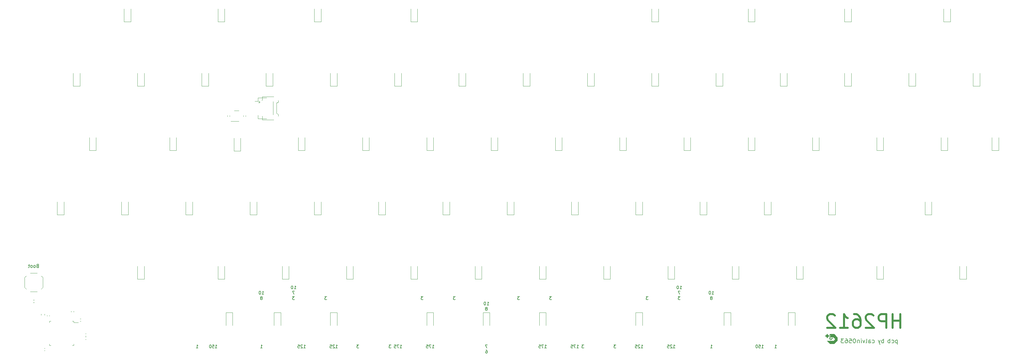
<source format=gbr>
%TF.GenerationSoftware,KiCad,Pcbnew,(7.0.0)*%
%TF.CreationDate,2024-01-04T19:15:55+01:00*%
%TF.ProjectId,HP 2621,48502032-3632-4312-9e6b-696361645f70,rev?*%
%TF.SameCoordinates,Original*%
%TF.FileFunction,Legend,Bot*%
%TF.FilePolarity,Positive*%
%FSLAX46Y46*%
G04 Gerber Fmt 4.6, Leading zero omitted, Abs format (unit mm)*
G04 Created by KiCad (PCBNEW (7.0.0)) date 2024-01-04 19:15:55*
%MOMM*%
%LPD*%
G01*
G04 APERTURE LIST*
%ADD10C,0.150000*%
%ADD11C,0.600000*%
%ADD12C,0.120000*%
G04 APERTURE END LIST*
D10*
X159843749Y-108968142D02*
X159286606Y-108968142D01*
X159286606Y-108968142D02*
X159586606Y-109311000D01*
X159586606Y-109311000D02*
X159458035Y-109311000D01*
X159458035Y-109311000D02*
X159372321Y-109353857D01*
X159372321Y-109353857D02*
X159329463Y-109396714D01*
X159329463Y-109396714D02*
X159286606Y-109482428D01*
X159286606Y-109482428D02*
X159286606Y-109696714D01*
X159286606Y-109696714D02*
X159329463Y-109782428D01*
X159329463Y-109782428D02*
X159372321Y-109825285D01*
X159372321Y-109825285D02*
X159458035Y-109868142D01*
X159458035Y-109868142D02*
X159715178Y-109868142D01*
X159715178Y-109868142D02*
X159800892Y-109825285D01*
X159800892Y-109825285D02*
X159843749Y-109782428D01*
X124424999Y-124155642D02*
X124939285Y-124155642D01*
X124682142Y-124155642D02*
X124682142Y-123255642D01*
X124682142Y-123255642D02*
X124767856Y-123384214D01*
X124767856Y-123384214D02*
X124853571Y-123469928D01*
X124853571Y-123469928D02*
X124939285Y-123512785D01*
X124124999Y-123255642D02*
X123524999Y-123255642D01*
X123524999Y-123255642D02*
X123910713Y-124155642D01*
X122753570Y-123255642D02*
X123182142Y-123255642D01*
X123182142Y-123255642D02*
X123224999Y-123684214D01*
X123224999Y-123684214D02*
X123182142Y-123641357D01*
X123182142Y-123641357D02*
X123096428Y-123598500D01*
X123096428Y-123598500D02*
X122882142Y-123598500D01*
X122882142Y-123598500D02*
X122796428Y-123641357D01*
X122796428Y-123641357D02*
X122753570Y-123684214D01*
X122753570Y-123684214D02*
X122710713Y-123769928D01*
X122710713Y-123769928D02*
X122710713Y-123984214D01*
X122710713Y-123984214D02*
X122753570Y-124069928D01*
X122753570Y-124069928D02*
X122796428Y-124112785D01*
X122796428Y-124112785D02*
X122882142Y-124155642D01*
X122882142Y-124155642D02*
X123096428Y-124155642D01*
X123096428Y-124155642D02*
X123182142Y-124112785D01*
X123182142Y-124112785D02*
X123224999Y-124069928D01*
X235486606Y-124155642D02*
X236000892Y-124155642D01*
X235743749Y-124155642D02*
X235743749Y-123255642D01*
X235743749Y-123255642D02*
X235829463Y-123384214D01*
X235829463Y-123384214D02*
X235915178Y-123469928D01*
X235915178Y-123469928D02*
X236000892Y-123512785D01*
X271834522Y-121863392D02*
X271834522Y-123113392D01*
X271834522Y-121922916D02*
X271715475Y-121863392D01*
X271715475Y-121863392D02*
X271477380Y-121863392D01*
X271477380Y-121863392D02*
X271358332Y-121922916D01*
X271358332Y-121922916D02*
X271298808Y-121982440D01*
X271298808Y-121982440D02*
X271239284Y-122101488D01*
X271239284Y-122101488D02*
X271239284Y-122458630D01*
X271239284Y-122458630D02*
X271298808Y-122577678D01*
X271298808Y-122577678D02*
X271358332Y-122637202D01*
X271358332Y-122637202D02*
X271477380Y-122696726D01*
X271477380Y-122696726D02*
X271715475Y-122696726D01*
X271715475Y-122696726D02*
X271834522Y-122637202D01*
X270167856Y-122637202D02*
X270286904Y-122696726D01*
X270286904Y-122696726D02*
X270524999Y-122696726D01*
X270524999Y-122696726D02*
X270644047Y-122637202D01*
X270644047Y-122637202D02*
X270703570Y-122577678D01*
X270703570Y-122577678D02*
X270763094Y-122458630D01*
X270763094Y-122458630D02*
X270763094Y-122101488D01*
X270763094Y-122101488D02*
X270703570Y-121982440D01*
X270703570Y-121982440D02*
X270644047Y-121922916D01*
X270644047Y-121922916D02*
X270524999Y-121863392D01*
X270524999Y-121863392D02*
X270286904Y-121863392D01*
X270286904Y-121863392D02*
X270167856Y-121922916D01*
X269632141Y-122696726D02*
X269632141Y-121446726D01*
X269632141Y-121922916D02*
X269513094Y-121863392D01*
X269513094Y-121863392D02*
X269274999Y-121863392D01*
X269274999Y-121863392D02*
X269155951Y-121922916D01*
X269155951Y-121922916D02*
X269096427Y-121982440D01*
X269096427Y-121982440D02*
X269036903Y-122101488D01*
X269036903Y-122101488D02*
X269036903Y-122458630D01*
X269036903Y-122458630D02*
X269096427Y-122577678D01*
X269096427Y-122577678D02*
X269155951Y-122637202D01*
X269155951Y-122637202D02*
X269274999Y-122696726D01*
X269274999Y-122696726D02*
X269513094Y-122696726D01*
X269513094Y-122696726D02*
X269632141Y-122637202D01*
X267751189Y-122696726D02*
X267751189Y-121446726D01*
X267751189Y-121922916D02*
X267632142Y-121863392D01*
X267632142Y-121863392D02*
X267394047Y-121863392D01*
X267394047Y-121863392D02*
X267274999Y-121922916D01*
X267274999Y-121922916D02*
X267215475Y-121982440D01*
X267215475Y-121982440D02*
X267155951Y-122101488D01*
X267155951Y-122101488D02*
X267155951Y-122458630D01*
X267155951Y-122458630D02*
X267215475Y-122577678D01*
X267215475Y-122577678D02*
X267274999Y-122637202D01*
X267274999Y-122637202D02*
X267394047Y-122696726D01*
X267394047Y-122696726D02*
X267632142Y-122696726D01*
X267632142Y-122696726D02*
X267751189Y-122637202D01*
X266739285Y-121863392D02*
X266441666Y-122696726D01*
X266144047Y-121863392D02*
X266441666Y-122696726D01*
X266441666Y-122696726D02*
X266560714Y-122994345D01*
X266560714Y-122994345D02*
X266620237Y-123053869D01*
X266620237Y-123053869D02*
X266739285Y-123113392D01*
X264382142Y-122637202D02*
X264501190Y-122696726D01*
X264501190Y-122696726D02*
X264739285Y-122696726D01*
X264739285Y-122696726D02*
X264858333Y-122637202D01*
X264858333Y-122637202D02*
X264917856Y-122577678D01*
X264917856Y-122577678D02*
X264977380Y-122458630D01*
X264977380Y-122458630D02*
X264977380Y-122101488D01*
X264977380Y-122101488D02*
X264917856Y-121982440D01*
X264917856Y-121982440D02*
X264858333Y-121922916D01*
X264858333Y-121922916D02*
X264739285Y-121863392D01*
X264739285Y-121863392D02*
X264501190Y-121863392D01*
X264501190Y-121863392D02*
X264382142Y-121922916D01*
X263310713Y-122696726D02*
X263310713Y-122041964D01*
X263310713Y-122041964D02*
X263370237Y-121922916D01*
X263370237Y-121922916D02*
X263489285Y-121863392D01*
X263489285Y-121863392D02*
X263727380Y-121863392D01*
X263727380Y-121863392D02*
X263846427Y-121922916D01*
X263310713Y-122637202D02*
X263429761Y-122696726D01*
X263429761Y-122696726D02*
X263727380Y-122696726D01*
X263727380Y-122696726D02*
X263846427Y-122637202D01*
X263846427Y-122637202D02*
X263905951Y-122518154D01*
X263905951Y-122518154D02*
X263905951Y-122399107D01*
X263905951Y-122399107D02*
X263846427Y-122280059D01*
X263846427Y-122280059D02*
X263727380Y-122220535D01*
X263727380Y-122220535D02*
X263429761Y-122220535D01*
X263429761Y-122220535D02*
X263310713Y-122161011D01*
X262536904Y-122696726D02*
X262655952Y-122637202D01*
X262655952Y-122637202D02*
X262715475Y-122518154D01*
X262715475Y-122518154D02*
X262715475Y-121446726D01*
X262179761Y-121863392D02*
X261882142Y-122696726D01*
X261882142Y-122696726D02*
X261584523Y-121863392D01*
X261108332Y-122696726D02*
X261108332Y-121863392D01*
X261108332Y-121446726D02*
X261167856Y-121506250D01*
X261167856Y-121506250D02*
X261108332Y-121565773D01*
X261108332Y-121565773D02*
X261048809Y-121506250D01*
X261048809Y-121506250D02*
X261108332Y-121446726D01*
X261108332Y-121446726D02*
X261108332Y-121565773D01*
X260513094Y-121863392D02*
X260513094Y-122696726D01*
X260513094Y-121982440D02*
X260453571Y-121922916D01*
X260453571Y-121922916D02*
X260334523Y-121863392D01*
X260334523Y-121863392D02*
X260155952Y-121863392D01*
X260155952Y-121863392D02*
X260036904Y-121922916D01*
X260036904Y-121922916D02*
X259977380Y-122041964D01*
X259977380Y-122041964D02*
X259977380Y-122696726D01*
X259144047Y-121446726D02*
X259025000Y-121446726D01*
X259025000Y-121446726D02*
X258905952Y-121506250D01*
X258905952Y-121506250D02*
X258846428Y-121565773D01*
X258846428Y-121565773D02*
X258786904Y-121684821D01*
X258786904Y-121684821D02*
X258727381Y-121922916D01*
X258727381Y-121922916D02*
X258727381Y-122220535D01*
X258727381Y-122220535D02*
X258786904Y-122458630D01*
X258786904Y-122458630D02*
X258846428Y-122577678D01*
X258846428Y-122577678D02*
X258905952Y-122637202D01*
X258905952Y-122637202D02*
X259025000Y-122696726D01*
X259025000Y-122696726D02*
X259144047Y-122696726D01*
X259144047Y-122696726D02*
X259263095Y-122637202D01*
X259263095Y-122637202D02*
X259322619Y-122577678D01*
X259322619Y-122577678D02*
X259382142Y-122458630D01*
X259382142Y-122458630D02*
X259441666Y-122220535D01*
X259441666Y-122220535D02*
X259441666Y-121922916D01*
X259441666Y-121922916D02*
X259382142Y-121684821D01*
X259382142Y-121684821D02*
X259322619Y-121565773D01*
X259322619Y-121565773D02*
X259263095Y-121506250D01*
X259263095Y-121506250D02*
X259144047Y-121446726D01*
X257596428Y-121446726D02*
X258191666Y-121446726D01*
X258191666Y-121446726D02*
X258251190Y-122041964D01*
X258251190Y-122041964D02*
X258191666Y-121982440D01*
X258191666Y-121982440D02*
X258072619Y-121922916D01*
X258072619Y-121922916D02*
X257775000Y-121922916D01*
X257775000Y-121922916D02*
X257655952Y-121982440D01*
X257655952Y-121982440D02*
X257596428Y-122041964D01*
X257596428Y-122041964D02*
X257536905Y-122161011D01*
X257536905Y-122161011D02*
X257536905Y-122458630D01*
X257536905Y-122458630D02*
X257596428Y-122577678D01*
X257596428Y-122577678D02*
X257655952Y-122637202D01*
X257655952Y-122637202D02*
X257775000Y-122696726D01*
X257775000Y-122696726D02*
X258072619Y-122696726D01*
X258072619Y-122696726D02*
X258191666Y-122637202D01*
X258191666Y-122637202D02*
X258251190Y-122577678D01*
X256465476Y-121446726D02*
X256703571Y-121446726D01*
X256703571Y-121446726D02*
X256822619Y-121506250D01*
X256822619Y-121506250D02*
X256882143Y-121565773D01*
X256882143Y-121565773D02*
X257001190Y-121744345D01*
X257001190Y-121744345D02*
X257060714Y-121982440D01*
X257060714Y-121982440D02*
X257060714Y-122458630D01*
X257060714Y-122458630D02*
X257001190Y-122577678D01*
X257001190Y-122577678D02*
X256941667Y-122637202D01*
X256941667Y-122637202D02*
X256822619Y-122696726D01*
X256822619Y-122696726D02*
X256584524Y-122696726D01*
X256584524Y-122696726D02*
X256465476Y-122637202D01*
X256465476Y-122637202D02*
X256405952Y-122577678D01*
X256405952Y-122577678D02*
X256346429Y-122458630D01*
X256346429Y-122458630D02*
X256346429Y-122161011D01*
X256346429Y-122161011D02*
X256405952Y-122041964D01*
X256405952Y-122041964D02*
X256465476Y-121982440D01*
X256465476Y-121982440D02*
X256584524Y-121922916D01*
X256584524Y-121922916D02*
X256822619Y-121922916D01*
X256822619Y-121922916D02*
X256941667Y-121982440D01*
X256941667Y-121982440D02*
X257001190Y-122041964D01*
X257001190Y-122041964D02*
X257060714Y-122161011D01*
X255929762Y-121446726D02*
X255155953Y-121446726D01*
X255155953Y-121446726D02*
X255572619Y-121922916D01*
X255572619Y-121922916D02*
X255394048Y-121922916D01*
X255394048Y-121922916D02*
X255275000Y-121982440D01*
X255275000Y-121982440D02*
X255215476Y-122041964D01*
X255215476Y-122041964D02*
X255155953Y-122161011D01*
X255155953Y-122161011D02*
X255155953Y-122458630D01*
X255155953Y-122458630D02*
X255215476Y-122577678D01*
X255215476Y-122577678D02*
X255275000Y-122637202D01*
X255275000Y-122637202D02*
X255394048Y-122696726D01*
X255394048Y-122696726D02*
X255751191Y-122696726D01*
X255751191Y-122696726D02*
X255870238Y-122637202D01*
X255870238Y-122637202D02*
X255929762Y-122577678D01*
X149863862Y-124816847D02*
X150035290Y-124816847D01*
X150035290Y-124816847D02*
X150121004Y-124859705D01*
X150121004Y-124859705D02*
X150163862Y-124902562D01*
X150163862Y-124902562D02*
X150249576Y-125031133D01*
X150249576Y-125031133D02*
X150292433Y-125202562D01*
X150292433Y-125202562D02*
X150292433Y-125545419D01*
X150292433Y-125545419D02*
X150249576Y-125631133D01*
X150249576Y-125631133D02*
X150206719Y-125673990D01*
X150206719Y-125673990D02*
X150121004Y-125716847D01*
X150121004Y-125716847D02*
X149949576Y-125716847D01*
X149949576Y-125716847D02*
X149863862Y-125673990D01*
X149863862Y-125673990D02*
X149821004Y-125631133D01*
X149821004Y-125631133D02*
X149778147Y-125545419D01*
X149778147Y-125545419D02*
X149778147Y-125331133D01*
X149778147Y-125331133D02*
X149821004Y-125245419D01*
X149821004Y-125245419D02*
X149863862Y-125202562D01*
X149863862Y-125202562D02*
X149949576Y-125159705D01*
X149949576Y-125159705D02*
X150121004Y-125159705D01*
X150121004Y-125159705D02*
X150206719Y-125202562D01*
X150206719Y-125202562D02*
X150249576Y-125245419D01*
X150249576Y-125245419D02*
X150292433Y-125331133D01*
X216436606Y-124155642D02*
X216950892Y-124155642D01*
X216693749Y-124155642D02*
X216693749Y-123255642D01*
X216693749Y-123255642D02*
X216779463Y-123384214D01*
X216779463Y-123384214D02*
X216865178Y-123469928D01*
X216865178Y-123469928D02*
X216950892Y-123512785D01*
X105374999Y-124155642D02*
X105889285Y-124155642D01*
X105632142Y-124155642D02*
X105632142Y-123255642D01*
X105632142Y-123255642D02*
X105717856Y-123384214D01*
X105717856Y-123384214D02*
X105803571Y-123469928D01*
X105803571Y-123469928D02*
X105889285Y-123512785D01*
X105032142Y-123341357D02*
X104989285Y-123298500D01*
X104989285Y-123298500D02*
X104903571Y-123255642D01*
X104903571Y-123255642D02*
X104689285Y-123255642D01*
X104689285Y-123255642D02*
X104603571Y-123298500D01*
X104603571Y-123298500D02*
X104560713Y-123341357D01*
X104560713Y-123341357D02*
X104517856Y-123427071D01*
X104517856Y-123427071D02*
X104517856Y-123512785D01*
X104517856Y-123512785D02*
X104560713Y-123641357D01*
X104560713Y-123641357D02*
X105074999Y-124155642D01*
X105074999Y-124155642D02*
X104517856Y-124155642D01*
X103703570Y-123255642D02*
X104132142Y-123255642D01*
X104132142Y-123255642D02*
X104174999Y-123684214D01*
X104174999Y-123684214D02*
X104132142Y-123641357D01*
X104132142Y-123641357D02*
X104046428Y-123598500D01*
X104046428Y-123598500D02*
X103832142Y-123598500D01*
X103832142Y-123598500D02*
X103746428Y-123641357D01*
X103746428Y-123641357D02*
X103703570Y-123684214D01*
X103703570Y-123684214D02*
X103660713Y-123769928D01*
X103660713Y-123769928D02*
X103660713Y-123984214D01*
X103660713Y-123984214D02*
X103703570Y-124069928D01*
X103703570Y-124069928D02*
X103746428Y-124112785D01*
X103746428Y-124112785D02*
X103832142Y-124155642D01*
X103832142Y-124155642D02*
X104046428Y-124155642D01*
X104046428Y-124155642D02*
X104132142Y-124112785D01*
X104132142Y-124112785D02*
X104174999Y-124069928D01*
X150318749Y-123255642D02*
X149718749Y-123255642D01*
X149718749Y-123255642D02*
X150104463Y-124155642D01*
X167287499Y-124155642D02*
X167801785Y-124155642D01*
X167544642Y-124155642D02*
X167544642Y-123255642D01*
X167544642Y-123255642D02*
X167630356Y-123384214D01*
X167630356Y-123384214D02*
X167716071Y-123469928D01*
X167716071Y-123469928D02*
X167801785Y-123512785D01*
X166987499Y-123255642D02*
X166387499Y-123255642D01*
X166387499Y-123255642D02*
X166773213Y-124155642D01*
X165616070Y-123255642D02*
X166044642Y-123255642D01*
X166044642Y-123255642D02*
X166087499Y-123684214D01*
X166087499Y-123684214D02*
X166044642Y-123641357D01*
X166044642Y-123641357D02*
X165958928Y-123598500D01*
X165958928Y-123598500D02*
X165744642Y-123598500D01*
X165744642Y-123598500D02*
X165658928Y-123641357D01*
X165658928Y-123641357D02*
X165616070Y-123684214D01*
X165616070Y-123684214D02*
X165573213Y-123769928D01*
X165573213Y-123769928D02*
X165573213Y-123984214D01*
X165573213Y-123984214D02*
X165616070Y-124069928D01*
X165616070Y-124069928D02*
X165658928Y-124112785D01*
X165658928Y-124112785D02*
X165744642Y-124155642D01*
X165744642Y-124155642D02*
X165958928Y-124155642D01*
X165958928Y-124155642D02*
X166044642Y-124112785D01*
X166044642Y-124112785D02*
X166087499Y-124069928D01*
X169368749Y-108968142D02*
X168811606Y-108968142D01*
X168811606Y-108968142D02*
X169111606Y-109311000D01*
X169111606Y-109311000D02*
X168983035Y-109311000D01*
X168983035Y-109311000D02*
X168897321Y-109353857D01*
X168897321Y-109353857D02*
X168854463Y-109396714D01*
X168854463Y-109396714D02*
X168811606Y-109482428D01*
X168811606Y-109482428D02*
X168811606Y-109696714D01*
X168811606Y-109696714D02*
X168854463Y-109782428D01*
X168854463Y-109782428D02*
X168897321Y-109825285D01*
X168897321Y-109825285D02*
X168983035Y-109868142D01*
X168983035Y-109868142D02*
X169240178Y-109868142D01*
X169240178Y-109868142D02*
X169325892Y-109825285D01*
X169325892Y-109825285D02*
X169368749Y-109782428D01*
X150190178Y-111455642D02*
X150704464Y-111455642D01*
X150447321Y-111455642D02*
X150447321Y-110555642D01*
X150447321Y-110555642D02*
X150533035Y-110684214D01*
X150533035Y-110684214D02*
X150618750Y-110769928D01*
X150618750Y-110769928D02*
X150704464Y-110812785D01*
X149633035Y-110555642D02*
X149547321Y-110555642D01*
X149547321Y-110555642D02*
X149461607Y-110598500D01*
X149461607Y-110598500D02*
X149418750Y-110641357D01*
X149418750Y-110641357D02*
X149375892Y-110727071D01*
X149375892Y-110727071D02*
X149333035Y-110898500D01*
X149333035Y-110898500D02*
X149333035Y-111112785D01*
X149333035Y-111112785D02*
X149375892Y-111284214D01*
X149375892Y-111284214D02*
X149418750Y-111369928D01*
X149418750Y-111369928D02*
X149461607Y-111412785D01*
X149461607Y-111412785D02*
X149547321Y-111455642D01*
X149547321Y-111455642D02*
X149633035Y-111455642D01*
X149633035Y-111455642D02*
X149718750Y-111412785D01*
X149718750Y-111412785D02*
X149761607Y-111369928D01*
X149761607Y-111369928D02*
X149804464Y-111284214D01*
X149804464Y-111284214D02*
X149847321Y-111112785D01*
X149847321Y-111112785D02*
X149847321Y-110898500D01*
X149847321Y-110898500D02*
X149804464Y-110727071D01*
X149804464Y-110727071D02*
X149761607Y-110641357D01*
X149761607Y-110641357D02*
X149718750Y-110598500D01*
X149718750Y-110598500D02*
X149633035Y-110555642D01*
X216779463Y-109353857D02*
X216865178Y-109311000D01*
X216865178Y-109311000D02*
X216908035Y-109268142D01*
X216908035Y-109268142D02*
X216950892Y-109182428D01*
X216950892Y-109182428D02*
X216950892Y-109139571D01*
X216950892Y-109139571D02*
X216908035Y-109053857D01*
X216908035Y-109053857D02*
X216865178Y-109011000D01*
X216865178Y-109011000D02*
X216779463Y-108968142D01*
X216779463Y-108968142D02*
X216608035Y-108968142D01*
X216608035Y-108968142D02*
X216522321Y-109011000D01*
X216522321Y-109011000D02*
X216479463Y-109053857D01*
X216479463Y-109053857D02*
X216436606Y-109139571D01*
X216436606Y-109139571D02*
X216436606Y-109182428D01*
X216436606Y-109182428D02*
X216479463Y-109268142D01*
X216479463Y-109268142D02*
X216522321Y-109311000D01*
X216522321Y-109311000D02*
X216608035Y-109353857D01*
X216608035Y-109353857D02*
X216779463Y-109353857D01*
X216779463Y-109353857D02*
X216865178Y-109396714D01*
X216865178Y-109396714D02*
X216908035Y-109439571D01*
X216908035Y-109439571D02*
X216950892Y-109525285D01*
X216950892Y-109525285D02*
X216950892Y-109696714D01*
X216950892Y-109696714D02*
X216908035Y-109782428D01*
X216908035Y-109782428D02*
X216865178Y-109825285D01*
X216865178Y-109825285D02*
X216779463Y-109868142D01*
X216779463Y-109868142D02*
X216608035Y-109868142D01*
X216608035Y-109868142D02*
X216522321Y-109825285D01*
X216522321Y-109825285D02*
X216479463Y-109782428D01*
X216479463Y-109782428D02*
X216436606Y-109696714D01*
X216436606Y-109696714D02*
X216436606Y-109525285D01*
X216436606Y-109525285D02*
X216479463Y-109439571D01*
X216479463Y-109439571D02*
X216522321Y-109396714D01*
X216522321Y-109396714D02*
X216608035Y-109353857D01*
X112218749Y-123255642D02*
X111661606Y-123255642D01*
X111661606Y-123255642D02*
X111961606Y-123598500D01*
X111961606Y-123598500D02*
X111833035Y-123598500D01*
X111833035Y-123598500D02*
X111747321Y-123641357D01*
X111747321Y-123641357D02*
X111704463Y-123684214D01*
X111704463Y-123684214D02*
X111661606Y-123769928D01*
X111661606Y-123769928D02*
X111661606Y-123984214D01*
X111661606Y-123984214D02*
X111704463Y-124069928D01*
X111704463Y-124069928D02*
X111747321Y-124112785D01*
X111747321Y-124112785D02*
X111833035Y-124155642D01*
X111833035Y-124155642D02*
X112090178Y-124155642D01*
X112090178Y-124155642D02*
X112175892Y-124112785D01*
X112175892Y-124112785D02*
X112218749Y-124069928D01*
X140793749Y-108968142D02*
X140236606Y-108968142D01*
X140236606Y-108968142D02*
X140536606Y-109311000D01*
X140536606Y-109311000D02*
X140408035Y-109311000D01*
X140408035Y-109311000D02*
X140322321Y-109353857D01*
X140322321Y-109353857D02*
X140279463Y-109396714D01*
X140279463Y-109396714D02*
X140236606Y-109482428D01*
X140236606Y-109482428D02*
X140236606Y-109696714D01*
X140236606Y-109696714D02*
X140279463Y-109782428D01*
X140279463Y-109782428D02*
X140322321Y-109825285D01*
X140322321Y-109825285D02*
X140408035Y-109868142D01*
X140408035Y-109868142D02*
X140665178Y-109868142D01*
X140665178Y-109868142D02*
X140750892Y-109825285D01*
X140750892Y-109825285D02*
X140793749Y-109782428D01*
X188418749Y-123255642D02*
X187861606Y-123255642D01*
X187861606Y-123255642D02*
X188161606Y-123598500D01*
X188161606Y-123598500D02*
X188033035Y-123598500D01*
X188033035Y-123598500D02*
X187947321Y-123641357D01*
X187947321Y-123641357D02*
X187904463Y-123684214D01*
X187904463Y-123684214D02*
X187861606Y-123769928D01*
X187861606Y-123769928D02*
X187861606Y-123984214D01*
X187861606Y-123984214D02*
X187904463Y-124069928D01*
X187904463Y-124069928D02*
X187947321Y-124112785D01*
X187947321Y-124112785D02*
X188033035Y-124155642D01*
X188033035Y-124155642D02*
X188290178Y-124155642D01*
X188290178Y-124155642D02*
X188375892Y-124112785D01*
X188375892Y-124112785D02*
X188418749Y-124069928D01*
X205387499Y-124155642D02*
X205901785Y-124155642D01*
X205644642Y-124155642D02*
X205644642Y-123255642D01*
X205644642Y-123255642D02*
X205730356Y-123384214D01*
X205730356Y-123384214D02*
X205816071Y-123469928D01*
X205816071Y-123469928D02*
X205901785Y-123512785D01*
X205044642Y-123341357D02*
X205001785Y-123298500D01*
X205001785Y-123298500D02*
X204916071Y-123255642D01*
X204916071Y-123255642D02*
X204701785Y-123255642D01*
X204701785Y-123255642D02*
X204616071Y-123298500D01*
X204616071Y-123298500D02*
X204573213Y-123341357D01*
X204573213Y-123341357D02*
X204530356Y-123427071D01*
X204530356Y-123427071D02*
X204530356Y-123512785D01*
X204530356Y-123512785D02*
X204573213Y-123641357D01*
X204573213Y-123641357D02*
X205087499Y-124155642D01*
X205087499Y-124155642D02*
X204530356Y-124155642D01*
X203716070Y-123255642D02*
X204144642Y-123255642D01*
X204144642Y-123255642D02*
X204187499Y-123684214D01*
X204187499Y-123684214D02*
X204144642Y-123641357D01*
X204144642Y-123641357D02*
X204058928Y-123598500D01*
X204058928Y-123598500D02*
X203844642Y-123598500D01*
X203844642Y-123598500D02*
X203758928Y-123641357D01*
X203758928Y-123641357D02*
X203716070Y-123684214D01*
X203716070Y-123684214D02*
X203673213Y-123769928D01*
X203673213Y-123769928D02*
X203673213Y-123984214D01*
X203673213Y-123984214D02*
X203716070Y-124069928D01*
X203716070Y-124069928D02*
X203758928Y-124112785D01*
X203758928Y-124112785D02*
X203844642Y-124155642D01*
X203844642Y-124155642D02*
X204058928Y-124155642D01*
X204058928Y-124155642D02*
X204144642Y-124112785D01*
X204144642Y-124112785D02*
X204187499Y-124069928D01*
D11*
X272699405Y-118150773D02*
X272699405Y-114150773D01*
X272699405Y-116055535D02*
X270413690Y-116055535D01*
X270413690Y-118150773D02*
X270413690Y-114150773D01*
X268508929Y-118150773D02*
X268508929Y-114150773D01*
X268508929Y-114150773D02*
X266985119Y-114150773D01*
X266985119Y-114150773D02*
X266604167Y-114341250D01*
X266604167Y-114341250D02*
X266413690Y-114531726D01*
X266413690Y-114531726D02*
X266223214Y-114912678D01*
X266223214Y-114912678D02*
X266223214Y-115484107D01*
X266223214Y-115484107D02*
X266413690Y-115865059D01*
X266413690Y-115865059D02*
X266604167Y-116055535D01*
X266604167Y-116055535D02*
X266985119Y-116246011D01*
X266985119Y-116246011D02*
X268508929Y-116246011D01*
X264699405Y-114531726D02*
X264508929Y-114341250D01*
X264508929Y-114341250D02*
X264127976Y-114150773D01*
X264127976Y-114150773D02*
X263175595Y-114150773D01*
X263175595Y-114150773D02*
X262794643Y-114341250D01*
X262794643Y-114341250D02*
X262604167Y-114531726D01*
X262604167Y-114531726D02*
X262413690Y-114912678D01*
X262413690Y-114912678D02*
X262413690Y-115293630D01*
X262413690Y-115293630D02*
X262604167Y-115865059D01*
X262604167Y-115865059D02*
X264889881Y-118150773D01*
X264889881Y-118150773D02*
X262413690Y-118150773D01*
X258985119Y-114150773D02*
X259747024Y-114150773D01*
X259747024Y-114150773D02*
X260127976Y-114341250D01*
X260127976Y-114341250D02*
X260318452Y-114531726D01*
X260318452Y-114531726D02*
X260699405Y-115103154D01*
X260699405Y-115103154D02*
X260889881Y-115865059D01*
X260889881Y-115865059D02*
X260889881Y-117388869D01*
X260889881Y-117388869D02*
X260699405Y-117769821D01*
X260699405Y-117769821D02*
X260508928Y-117960297D01*
X260508928Y-117960297D02*
X260127976Y-118150773D01*
X260127976Y-118150773D02*
X259366071Y-118150773D01*
X259366071Y-118150773D02*
X258985119Y-117960297D01*
X258985119Y-117960297D02*
X258794643Y-117769821D01*
X258794643Y-117769821D02*
X258604166Y-117388869D01*
X258604166Y-117388869D02*
X258604166Y-116436488D01*
X258604166Y-116436488D02*
X258794643Y-116055535D01*
X258794643Y-116055535D02*
X258985119Y-115865059D01*
X258985119Y-115865059D02*
X259366071Y-115674583D01*
X259366071Y-115674583D02*
X260127976Y-115674583D01*
X260127976Y-115674583D02*
X260508928Y-115865059D01*
X260508928Y-115865059D02*
X260699405Y-116055535D01*
X260699405Y-116055535D02*
X260889881Y-116436488D01*
X254794642Y-118150773D02*
X257080357Y-118150773D01*
X255937500Y-118150773D02*
X255937500Y-114150773D01*
X255937500Y-114150773D02*
X256318452Y-114722202D01*
X256318452Y-114722202D02*
X256699404Y-115103154D01*
X256699404Y-115103154D02*
X257080357Y-115293630D01*
X253270833Y-114531726D02*
X253080357Y-114341250D01*
X253080357Y-114341250D02*
X252699404Y-114150773D01*
X252699404Y-114150773D02*
X251747023Y-114150773D01*
X251747023Y-114150773D02*
X251366071Y-114341250D01*
X251366071Y-114341250D02*
X251175595Y-114531726D01*
X251175595Y-114531726D02*
X250985118Y-114912678D01*
X250985118Y-114912678D02*
X250985118Y-115293630D01*
X250985118Y-115293630D02*
X251175595Y-115865059D01*
X251175595Y-115865059D02*
X253461309Y-118150773D01*
X253461309Y-118150773D02*
X250985118Y-118150773D01*
D10*
X83086606Y-124155642D02*
X83600892Y-124155642D01*
X83343749Y-124155642D02*
X83343749Y-123255642D01*
X83343749Y-123255642D02*
X83429463Y-123384214D01*
X83429463Y-123384214D02*
X83515178Y-123469928D01*
X83515178Y-123469928D02*
X83600892Y-123512785D01*
X150104463Y-112528857D02*
X150190178Y-112486000D01*
X150190178Y-112486000D02*
X150233035Y-112443142D01*
X150233035Y-112443142D02*
X150275892Y-112357428D01*
X150275892Y-112357428D02*
X150275892Y-112314571D01*
X150275892Y-112314571D02*
X150233035Y-112228857D01*
X150233035Y-112228857D02*
X150190178Y-112186000D01*
X150190178Y-112186000D02*
X150104463Y-112143142D01*
X150104463Y-112143142D02*
X149933035Y-112143142D01*
X149933035Y-112143142D02*
X149847321Y-112186000D01*
X149847321Y-112186000D02*
X149804463Y-112228857D01*
X149804463Y-112228857D02*
X149761606Y-112314571D01*
X149761606Y-112314571D02*
X149761606Y-112357428D01*
X149761606Y-112357428D02*
X149804463Y-112443142D01*
X149804463Y-112443142D02*
X149847321Y-112486000D01*
X149847321Y-112486000D02*
X149933035Y-112528857D01*
X149933035Y-112528857D02*
X150104463Y-112528857D01*
X150104463Y-112528857D02*
X150190178Y-112571714D01*
X150190178Y-112571714D02*
X150233035Y-112614571D01*
X150233035Y-112614571D02*
X150275892Y-112700285D01*
X150275892Y-112700285D02*
X150275892Y-112871714D01*
X150275892Y-112871714D02*
X150233035Y-112957428D01*
X150233035Y-112957428D02*
X150190178Y-113000285D01*
X150190178Y-113000285D02*
X150104463Y-113043142D01*
X150104463Y-113043142D02*
X149933035Y-113043142D01*
X149933035Y-113043142D02*
X149847321Y-113000285D01*
X149847321Y-113000285D02*
X149804463Y-112957428D01*
X149804463Y-112957428D02*
X149761606Y-112871714D01*
X149761606Y-112871714D02*
X149761606Y-112700285D01*
X149761606Y-112700285D02*
X149804463Y-112614571D01*
X149804463Y-112614571D02*
X149847321Y-112571714D01*
X149847321Y-112571714D02*
X149933035Y-112528857D01*
X207468749Y-108968142D02*
X206911606Y-108968142D01*
X206911606Y-108968142D02*
X207211606Y-109311000D01*
X207211606Y-109311000D02*
X207083035Y-109311000D01*
X207083035Y-109311000D02*
X206997321Y-109353857D01*
X206997321Y-109353857D02*
X206954463Y-109396714D01*
X206954463Y-109396714D02*
X206911606Y-109482428D01*
X206911606Y-109482428D02*
X206911606Y-109696714D01*
X206911606Y-109696714D02*
X206954463Y-109782428D01*
X206954463Y-109782428D02*
X206997321Y-109825285D01*
X206997321Y-109825285D02*
X207083035Y-109868142D01*
X207083035Y-109868142D02*
X207340178Y-109868142D01*
X207340178Y-109868142D02*
X207425892Y-109825285D01*
X207425892Y-109825285D02*
X207468749Y-109782428D01*
X121743749Y-123255642D02*
X121186606Y-123255642D01*
X121186606Y-123255642D02*
X121486606Y-123598500D01*
X121486606Y-123598500D02*
X121358035Y-123598500D01*
X121358035Y-123598500D02*
X121272321Y-123641357D01*
X121272321Y-123641357D02*
X121229463Y-123684214D01*
X121229463Y-123684214D02*
X121186606Y-123769928D01*
X121186606Y-123769928D02*
X121186606Y-123984214D01*
X121186606Y-123984214D02*
X121229463Y-124069928D01*
X121229463Y-124069928D02*
X121272321Y-124112785D01*
X121272321Y-124112785D02*
X121358035Y-124155642D01*
X121358035Y-124155642D02*
X121615178Y-124155642D01*
X121615178Y-124155642D02*
X121700892Y-124112785D01*
X121700892Y-124112785D02*
X121743749Y-124069928D01*
X83515178Y-108280642D02*
X84029464Y-108280642D01*
X83772321Y-108280642D02*
X83772321Y-107380642D01*
X83772321Y-107380642D02*
X83858035Y-107509214D01*
X83858035Y-107509214D02*
X83943750Y-107594928D01*
X83943750Y-107594928D02*
X84029464Y-107637785D01*
X82958035Y-107380642D02*
X82872321Y-107380642D01*
X82872321Y-107380642D02*
X82786607Y-107423500D01*
X82786607Y-107423500D02*
X82743750Y-107466357D01*
X82743750Y-107466357D02*
X82700892Y-107552071D01*
X82700892Y-107552071D02*
X82658035Y-107723500D01*
X82658035Y-107723500D02*
X82658035Y-107937785D01*
X82658035Y-107937785D02*
X82700892Y-108109214D01*
X82700892Y-108109214D02*
X82743750Y-108194928D01*
X82743750Y-108194928D02*
X82786607Y-108237785D01*
X82786607Y-108237785D02*
X82872321Y-108280642D01*
X82872321Y-108280642D02*
X82958035Y-108280642D01*
X82958035Y-108280642D02*
X83043750Y-108237785D01*
X83043750Y-108237785D02*
X83086607Y-108194928D01*
X83086607Y-108194928D02*
X83129464Y-108109214D01*
X83129464Y-108109214D02*
X83172321Y-107937785D01*
X83172321Y-107937785D02*
X83172321Y-107723500D01*
X83172321Y-107723500D02*
X83129464Y-107552071D01*
X83129464Y-107552071D02*
X83086607Y-107466357D01*
X83086607Y-107466357D02*
X83043750Y-107423500D01*
X83043750Y-107423500D02*
X82958035Y-107380642D01*
X93168749Y-107380642D02*
X92568749Y-107380642D01*
X92568749Y-107380642D02*
X92954463Y-108280642D01*
X176812499Y-124155642D02*
X177326785Y-124155642D01*
X177069642Y-124155642D02*
X177069642Y-123255642D01*
X177069642Y-123255642D02*
X177155356Y-123384214D01*
X177155356Y-123384214D02*
X177241071Y-123469928D01*
X177241071Y-123469928D02*
X177326785Y-123512785D01*
X176512499Y-123255642D02*
X175912499Y-123255642D01*
X175912499Y-123255642D02*
X176298213Y-124155642D01*
X175141070Y-123255642D02*
X175569642Y-123255642D01*
X175569642Y-123255642D02*
X175612499Y-123684214D01*
X175612499Y-123684214D02*
X175569642Y-123641357D01*
X175569642Y-123641357D02*
X175483928Y-123598500D01*
X175483928Y-123598500D02*
X175269642Y-123598500D01*
X175269642Y-123598500D02*
X175183928Y-123641357D01*
X175183928Y-123641357D02*
X175141070Y-123684214D01*
X175141070Y-123684214D02*
X175098213Y-123769928D01*
X175098213Y-123769928D02*
X175098213Y-123984214D01*
X175098213Y-123984214D02*
X175141070Y-124069928D01*
X175141070Y-124069928D02*
X175183928Y-124112785D01*
X175183928Y-124112785D02*
X175269642Y-124155642D01*
X175269642Y-124155642D02*
X175483928Y-124155642D01*
X175483928Y-124155642D02*
X175569642Y-124112785D01*
X175569642Y-124112785D02*
X175612499Y-124069928D01*
X178893749Y-123255642D02*
X178336606Y-123255642D01*
X178336606Y-123255642D02*
X178636606Y-123598500D01*
X178636606Y-123598500D02*
X178508035Y-123598500D01*
X178508035Y-123598500D02*
X178422321Y-123641357D01*
X178422321Y-123641357D02*
X178379463Y-123684214D01*
X178379463Y-123684214D02*
X178336606Y-123769928D01*
X178336606Y-123769928D02*
X178336606Y-123984214D01*
X178336606Y-123984214D02*
X178379463Y-124069928D01*
X178379463Y-124069928D02*
X178422321Y-124112785D01*
X178422321Y-124112785D02*
X178508035Y-124155642D01*
X178508035Y-124155642D02*
X178765178Y-124155642D01*
X178765178Y-124155642D02*
X178850892Y-124112785D01*
X178850892Y-124112785D02*
X178893749Y-124069928D01*
X131268749Y-108968142D02*
X130711606Y-108968142D01*
X130711606Y-108968142D02*
X131011606Y-109311000D01*
X131011606Y-109311000D02*
X130883035Y-109311000D01*
X130883035Y-109311000D02*
X130797321Y-109353857D01*
X130797321Y-109353857D02*
X130754463Y-109396714D01*
X130754463Y-109396714D02*
X130711606Y-109482428D01*
X130711606Y-109482428D02*
X130711606Y-109696714D01*
X130711606Y-109696714D02*
X130754463Y-109782428D01*
X130754463Y-109782428D02*
X130797321Y-109825285D01*
X130797321Y-109825285D02*
X130883035Y-109868142D01*
X130883035Y-109868142D02*
X131140178Y-109868142D01*
X131140178Y-109868142D02*
X131225892Y-109825285D01*
X131225892Y-109825285D02*
X131268749Y-109782428D01*
X216865178Y-108280642D02*
X217379464Y-108280642D01*
X217122321Y-108280642D02*
X217122321Y-107380642D01*
X217122321Y-107380642D02*
X217208035Y-107509214D01*
X217208035Y-107509214D02*
X217293750Y-107594928D01*
X217293750Y-107594928D02*
X217379464Y-107637785D01*
X216308035Y-107380642D02*
X216222321Y-107380642D01*
X216222321Y-107380642D02*
X216136607Y-107423500D01*
X216136607Y-107423500D02*
X216093750Y-107466357D01*
X216093750Y-107466357D02*
X216050892Y-107552071D01*
X216050892Y-107552071D02*
X216008035Y-107723500D01*
X216008035Y-107723500D02*
X216008035Y-107937785D01*
X216008035Y-107937785D02*
X216050892Y-108109214D01*
X216050892Y-108109214D02*
X216093750Y-108194928D01*
X216093750Y-108194928D02*
X216136607Y-108237785D01*
X216136607Y-108237785D02*
X216222321Y-108280642D01*
X216222321Y-108280642D02*
X216308035Y-108280642D01*
X216308035Y-108280642D02*
X216393750Y-108237785D01*
X216393750Y-108237785D02*
X216436607Y-108194928D01*
X216436607Y-108194928D02*
X216479464Y-108109214D01*
X216479464Y-108109214D02*
X216522321Y-107937785D01*
X216522321Y-107937785D02*
X216522321Y-107723500D01*
X216522321Y-107723500D02*
X216479464Y-107552071D01*
X216479464Y-107552071D02*
X216436607Y-107466357D01*
X216436607Y-107466357D02*
X216393750Y-107423500D01*
X216393750Y-107423500D02*
X216308035Y-107380642D01*
X102693749Y-108968142D02*
X102136606Y-108968142D01*
X102136606Y-108968142D02*
X102436606Y-109311000D01*
X102436606Y-109311000D02*
X102308035Y-109311000D01*
X102308035Y-109311000D02*
X102222321Y-109353857D01*
X102222321Y-109353857D02*
X102179463Y-109396714D01*
X102179463Y-109396714D02*
X102136606Y-109482428D01*
X102136606Y-109482428D02*
X102136606Y-109696714D01*
X102136606Y-109696714D02*
X102179463Y-109782428D01*
X102179463Y-109782428D02*
X102222321Y-109825285D01*
X102222321Y-109825285D02*
X102308035Y-109868142D01*
X102308035Y-109868142D02*
X102565178Y-109868142D01*
X102565178Y-109868142D02*
X102650892Y-109825285D01*
X102650892Y-109825285D02*
X102693749Y-109782428D01*
X93040178Y-106693142D02*
X93554464Y-106693142D01*
X93297321Y-106693142D02*
X93297321Y-105793142D01*
X93297321Y-105793142D02*
X93383035Y-105921714D01*
X93383035Y-105921714D02*
X93468750Y-106007428D01*
X93468750Y-106007428D02*
X93554464Y-106050285D01*
X92483035Y-105793142D02*
X92397321Y-105793142D01*
X92397321Y-105793142D02*
X92311607Y-105836000D01*
X92311607Y-105836000D02*
X92268750Y-105878857D01*
X92268750Y-105878857D02*
X92225892Y-105964571D01*
X92225892Y-105964571D02*
X92183035Y-106136000D01*
X92183035Y-106136000D02*
X92183035Y-106350285D01*
X92183035Y-106350285D02*
X92225892Y-106521714D01*
X92225892Y-106521714D02*
X92268750Y-106607428D01*
X92268750Y-106607428D02*
X92311607Y-106650285D01*
X92311607Y-106650285D02*
X92397321Y-106693142D01*
X92397321Y-106693142D02*
X92483035Y-106693142D01*
X92483035Y-106693142D02*
X92568750Y-106650285D01*
X92568750Y-106650285D02*
X92611607Y-106607428D01*
X92611607Y-106607428D02*
X92654464Y-106521714D01*
X92654464Y-106521714D02*
X92697321Y-106350285D01*
X92697321Y-106350285D02*
X92697321Y-106136000D01*
X92697321Y-106136000D02*
X92654464Y-105964571D01*
X92654464Y-105964571D02*
X92611607Y-105878857D01*
X92611607Y-105878857D02*
X92568750Y-105836000D01*
X92568750Y-105836000D02*
X92483035Y-105793142D01*
X64036606Y-124155642D02*
X64550892Y-124155642D01*
X64293749Y-124155642D02*
X64293749Y-123255642D01*
X64293749Y-123255642D02*
X64379463Y-123384214D01*
X64379463Y-123384214D02*
X64465178Y-123469928D01*
X64465178Y-123469928D02*
X64550892Y-123512785D01*
X207340178Y-106693142D02*
X207854464Y-106693142D01*
X207597321Y-106693142D02*
X207597321Y-105793142D01*
X207597321Y-105793142D02*
X207683035Y-105921714D01*
X207683035Y-105921714D02*
X207768750Y-106007428D01*
X207768750Y-106007428D02*
X207854464Y-106050285D01*
X206783035Y-105793142D02*
X206697321Y-105793142D01*
X206697321Y-105793142D02*
X206611607Y-105836000D01*
X206611607Y-105836000D02*
X206568750Y-105878857D01*
X206568750Y-105878857D02*
X206525892Y-105964571D01*
X206525892Y-105964571D02*
X206483035Y-106136000D01*
X206483035Y-106136000D02*
X206483035Y-106350285D01*
X206483035Y-106350285D02*
X206525892Y-106521714D01*
X206525892Y-106521714D02*
X206568750Y-106607428D01*
X206568750Y-106607428D02*
X206611607Y-106650285D01*
X206611607Y-106650285D02*
X206697321Y-106693142D01*
X206697321Y-106693142D02*
X206783035Y-106693142D01*
X206783035Y-106693142D02*
X206868750Y-106650285D01*
X206868750Y-106650285D02*
X206911607Y-106607428D01*
X206911607Y-106607428D02*
X206954464Y-106521714D01*
X206954464Y-106521714D02*
X206997321Y-106350285D01*
X206997321Y-106350285D02*
X206997321Y-106136000D01*
X206997321Y-106136000D02*
X206954464Y-105964571D01*
X206954464Y-105964571D02*
X206911607Y-105878857D01*
X206911607Y-105878857D02*
X206868750Y-105836000D01*
X206868750Y-105836000D02*
X206783035Y-105793142D01*
X231581249Y-124155642D02*
X232095535Y-124155642D01*
X231838392Y-124155642D02*
X231838392Y-123255642D01*
X231838392Y-123255642D02*
X231924106Y-123384214D01*
X231924106Y-123384214D02*
X232009821Y-123469928D01*
X232009821Y-123469928D02*
X232095535Y-123512785D01*
X230766963Y-123255642D02*
X231195535Y-123255642D01*
X231195535Y-123255642D02*
X231238392Y-123684214D01*
X231238392Y-123684214D02*
X231195535Y-123641357D01*
X231195535Y-123641357D02*
X231109821Y-123598500D01*
X231109821Y-123598500D02*
X230895535Y-123598500D01*
X230895535Y-123598500D02*
X230809821Y-123641357D01*
X230809821Y-123641357D02*
X230766963Y-123684214D01*
X230766963Y-123684214D02*
X230724106Y-123769928D01*
X230724106Y-123769928D02*
X230724106Y-123984214D01*
X230724106Y-123984214D02*
X230766963Y-124069928D01*
X230766963Y-124069928D02*
X230809821Y-124112785D01*
X230809821Y-124112785D02*
X230895535Y-124155642D01*
X230895535Y-124155642D02*
X231109821Y-124155642D01*
X231109821Y-124155642D02*
X231195535Y-124112785D01*
X231195535Y-124112785D02*
X231238392Y-124069928D01*
X230166963Y-123255642D02*
X230081249Y-123255642D01*
X230081249Y-123255642D02*
X229995535Y-123298500D01*
X229995535Y-123298500D02*
X229952678Y-123341357D01*
X229952678Y-123341357D02*
X229909820Y-123427071D01*
X229909820Y-123427071D02*
X229866963Y-123598500D01*
X229866963Y-123598500D02*
X229866963Y-123812785D01*
X229866963Y-123812785D02*
X229909820Y-123984214D01*
X229909820Y-123984214D02*
X229952678Y-124069928D01*
X229952678Y-124069928D02*
X229995535Y-124112785D01*
X229995535Y-124112785D02*
X230081249Y-124155642D01*
X230081249Y-124155642D02*
X230166963Y-124155642D01*
X230166963Y-124155642D02*
X230252678Y-124112785D01*
X230252678Y-124112785D02*
X230295535Y-124069928D01*
X230295535Y-124069928D02*
X230338392Y-123984214D01*
X230338392Y-123984214D02*
X230381249Y-123812785D01*
X230381249Y-123812785D02*
X230381249Y-123598500D01*
X230381249Y-123598500D02*
X230338392Y-123427071D01*
X230338392Y-123427071D02*
X230295535Y-123341357D01*
X230295535Y-123341357D02*
X230252678Y-123298500D01*
X230252678Y-123298500D02*
X230166963Y-123255642D01*
X69656249Y-124155642D02*
X70170535Y-124155642D01*
X69913392Y-124155642D02*
X69913392Y-123255642D01*
X69913392Y-123255642D02*
X69999106Y-123384214D01*
X69999106Y-123384214D02*
X70084821Y-123469928D01*
X70084821Y-123469928D02*
X70170535Y-123512785D01*
X68841963Y-123255642D02*
X69270535Y-123255642D01*
X69270535Y-123255642D02*
X69313392Y-123684214D01*
X69313392Y-123684214D02*
X69270535Y-123641357D01*
X69270535Y-123641357D02*
X69184821Y-123598500D01*
X69184821Y-123598500D02*
X68970535Y-123598500D01*
X68970535Y-123598500D02*
X68884821Y-123641357D01*
X68884821Y-123641357D02*
X68841963Y-123684214D01*
X68841963Y-123684214D02*
X68799106Y-123769928D01*
X68799106Y-123769928D02*
X68799106Y-123984214D01*
X68799106Y-123984214D02*
X68841963Y-124069928D01*
X68841963Y-124069928D02*
X68884821Y-124112785D01*
X68884821Y-124112785D02*
X68970535Y-124155642D01*
X68970535Y-124155642D02*
X69184821Y-124155642D01*
X69184821Y-124155642D02*
X69270535Y-124112785D01*
X69270535Y-124112785D02*
X69313392Y-124069928D01*
X68241963Y-123255642D02*
X68156249Y-123255642D01*
X68156249Y-123255642D02*
X68070535Y-123298500D01*
X68070535Y-123298500D02*
X68027678Y-123341357D01*
X68027678Y-123341357D02*
X67984820Y-123427071D01*
X67984820Y-123427071D02*
X67941963Y-123598500D01*
X67941963Y-123598500D02*
X67941963Y-123812785D01*
X67941963Y-123812785D02*
X67984820Y-123984214D01*
X67984820Y-123984214D02*
X68027678Y-124069928D01*
X68027678Y-124069928D02*
X68070535Y-124112785D01*
X68070535Y-124112785D02*
X68156249Y-124155642D01*
X68156249Y-124155642D02*
X68241963Y-124155642D01*
X68241963Y-124155642D02*
X68327678Y-124112785D01*
X68327678Y-124112785D02*
X68370535Y-124069928D01*
X68370535Y-124069928D02*
X68413392Y-123984214D01*
X68413392Y-123984214D02*
X68456249Y-123812785D01*
X68456249Y-123812785D02*
X68456249Y-123598500D01*
X68456249Y-123598500D02*
X68413392Y-123427071D01*
X68413392Y-123427071D02*
X68370535Y-123341357D01*
X68370535Y-123341357D02*
X68327678Y-123298500D01*
X68327678Y-123298500D02*
X68241963Y-123255642D01*
X207468749Y-107380642D02*
X206868749Y-107380642D01*
X206868749Y-107380642D02*
X207254463Y-108280642D01*
X95849999Y-124155642D02*
X96364285Y-124155642D01*
X96107142Y-124155642D02*
X96107142Y-123255642D01*
X96107142Y-123255642D02*
X96192856Y-123384214D01*
X96192856Y-123384214D02*
X96278571Y-123469928D01*
X96278571Y-123469928D02*
X96364285Y-123512785D01*
X95507142Y-123341357D02*
X95464285Y-123298500D01*
X95464285Y-123298500D02*
X95378571Y-123255642D01*
X95378571Y-123255642D02*
X95164285Y-123255642D01*
X95164285Y-123255642D02*
X95078571Y-123298500D01*
X95078571Y-123298500D02*
X95035713Y-123341357D01*
X95035713Y-123341357D02*
X94992856Y-123427071D01*
X94992856Y-123427071D02*
X94992856Y-123512785D01*
X94992856Y-123512785D02*
X95035713Y-123641357D01*
X95035713Y-123641357D02*
X95549999Y-124155642D01*
X95549999Y-124155642D02*
X94992856Y-124155642D01*
X94178570Y-123255642D02*
X94607142Y-123255642D01*
X94607142Y-123255642D02*
X94649999Y-123684214D01*
X94649999Y-123684214D02*
X94607142Y-123641357D01*
X94607142Y-123641357D02*
X94521428Y-123598500D01*
X94521428Y-123598500D02*
X94307142Y-123598500D01*
X94307142Y-123598500D02*
X94221428Y-123641357D01*
X94221428Y-123641357D02*
X94178570Y-123684214D01*
X94178570Y-123684214D02*
X94135713Y-123769928D01*
X94135713Y-123769928D02*
X94135713Y-123984214D01*
X94135713Y-123984214D02*
X94178570Y-124069928D01*
X94178570Y-124069928D02*
X94221428Y-124112785D01*
X94221428Y-124112785D02*
X94307142Y-124155642D01*
X94307142Y-124155642D02*
X94521428Y-124155642D01*
X94521428Y-124155642D02*
X94607142Y-124112785D01*
X94607142Y-124112785D02*
X94649999Y-124069928D01*
X93168749Y-108968142D02*
X92611606Y-108968142D01*
X92611606Y-108968142D02*
X92911606Y-109311000D01*
X92911606Y-109311000D02*
X92783035Y-109311000D01*
X92783035Y-109311000D02*
X92697321Y-109353857D01*
X92697321Y-109353857D02*
X92654463Y-109396714D01*
X92654463Y-109396714D02*
X92611606Y-109482428D01*
X92611606Y-109482428D02*
X92611606Y-109696714D01*
X92611606Y-109696714D02*
X92654463Y-109782428D01*
X92654463Y-109782428D02*
X92697321Y-109825285D01*
X92697321Y-109825285D02*
X92783035Y-109868142D01*
X92783035Y-109868142D02*
X93040178Y-109868142D01*
X93040178Y-109868142D02*
X93125892Y-109825285D01*
X93125892Y-109825285D02*
X93168749Y-109782428D01*
X16994047Y-99856071D02*
X16851190Y-99903690D01*
X16851190Y-99903690D02*
X16803571Y-99951309D01*
X16803571Y-99951309D02*
X16755952Y-100046547D01*
X16755952Y-100046547D02*
X16755952Y-100189404D01*
X16755952Y-100189404D02*
X16803571Y-100284642D01*
X16803571Y-100284642D02*
X16851190Y-100332261D01*
X16851190Y-100332261D02*
X16946428Y-100379880D01*
X16946428Y-100379880D02*
X17327380Y-100379880D01*
X17327380Y-100379880D02*
X17327380Y-99379880D01*
X17327380Y-99379880D02*
X16994047Y-99379880D01*
X16994047Y-99379880D02*
X16898809Y-99427500D01*
X16898809Y-99427500D02*
X16851190Y-99475119D01*
X16851190Y-99475119D02*
X16803571Y-99570357D01*
X16803571Y-99570357D02*
X16803571Y-99665595D01*
X16803571Y-99665595D02*
X16851190Y-99760833D01*
X16851190Y-99760833D02*
X16898809Y-99808452D01*
X16898809Y-99808452D02*
X16994047Y-99856071D01*
X16994047Y-99856071D02*
X17327380Y-99856071D01*
X16184523Y-100379880D02*
X16279761Y-100332261D01*
X16279761Y-100332261D02*
X16327380Y-100284642D01*
X16327380Y-100284642D02*
X16374999Y-100189404D01*
X16374999Y-100189404D02*
X16374999Y-99903690D01*
X16374999Y-99903690D02*
X16327380Y-99808452D01*
X16327380Y-99808452D02*
X16279761Y-99760833D01*
X16279761Y-99760833D02*
X16184523Y-99713214D01*
X16184523Y-99713214D02*
X16041666Y-99713214D01*
X16041666Y-99713214D02*
X15946428Y-99760833D01*
X15946428Y-99760833D02*
X15898809Y-99808452D01*
X15898809Y-99808452D02*
X15851190Y-99903690D01*
X15851190Y-99903690D02*
X15851190Y-100189404D01*
X15851190Y-100189404D02*
X15898809Y-100284642D01*
X15898809Y-100284642D02*
X15946428Y-100332261D01*
X15946428Y-100332261D02*
X16041666Y-100379880D01*
X16041666Y-100379880D02*
X16184523Y-100379880D01*
X15279761Y-100379880D02*
X15374999Y-100332261D01*
X15374999Y-100332261D02*
X15422618Y-100284642D01*
X15422618Y-100284642D02*
X15470237Y-100189404D01*
X15470237Y-100189404D02*
X15470237Y-99903690D01*
X15470237Y-99903690D02*
X15422618Y-99808452D01*
X15422618Y-99808452D02*
X15374999Y-99760833D01*
X15374999Y-99760833D02*
X15279761Y-99713214D01*
X15279761Y-99713214D02*
X15136904Y-99713214D01*
X15136904Y-99713214D02*
X15041666Y-99760833D01*
X15041666Y-99760833D02*
X14994047Y-99808452D01*
X14994047Y-99808452D02*
X14946428Y-99903690D01*
X14946428Y-99903690D02*
X14946428Y-100189404D01*
X14946428Y-100189404D02*
X14994047Y-100284642D01*
X14994047Y-100284642D02*
X15041666Y-100332261D01*
X15041666Y-100332261D02*
X15136904Y-100379880D01*
X15136904Y-100379880D02*
X15279761Y-100379880D01*
X14660713Y-99713214D02*
X14279761Y-99713214D01*
X14517856Y-99379880D02*
X14517856Y-100237023D01*
X14517856Y-100237023D02*
X14470237Y-100332261D01*
X14470237Y-100332261D02*
X14374999Y-100379880D01*
X14374999Y-100379880D02*
X14279761Y-100379880D01*
X197943749Y-108968142D02*
X197386606Y-108968142D01*
X197386606Y-108968142D02*
X197686606Y-109311000D01*
X197686606Y-109311000D02*
X197558035Y-109311000D01*
X197558035Y-109311000D02*
X197472321Y-109353857D01*
X197472321Y-109353857D02*
X197429463Y-109396714D01*
X197429463Y-109396714D02*
X197386606Y-109482428D01*
X197386606Y-109482428D02*
X197386606Y-109696714D01*
X197386606Y-109696714D02*
X197429463Y-109782428D01*
X197429463Y-109782428D02*
X197472321Y-109825285D01*
X197472321Y-109825285D02*
X197558035Y-109868142D01*
X197558035Y-109868142D02*
X197815178Y-109868142D01*
X197815178Y-109868142D02*
X197900892Y-109825285D01*
X197900892Y-109825285D02*
X197943749Y-109782428D01*
X83429463Y-109353857D02*
X83515178Y-109311000D01*
X83515178Y-109311000D02*
X83558035Y-109268142D01*
X83558035Y-109268142D02*
X83600892Y-109182428D01*
X83600892Y-109182428D02*
X83600892Y-109139571D01*
X83600892Y-109139571D02*
X83558035Y-109053857D01*
X83558035Y-109053857D02*
X83515178Y-109011000D01*
X83515178Y-109011000D02*
X83429463Y-108968142D01*
X83429463Y-108968142D02*
X83258035Y-108968142D01*
X83258035Y-108968142D02*
X83172321Y-109011000D01*
X83172321Y-109011000D02*
X83129463Y-109053857D01*
X83129463Y-109053857D02*
X83086606Y-109139571D01*
X83086606Y-109139571D02*
X83086606Y-109182428D01*
X83086606Y-109182428D02*
X83129463Y-109268142D01*
X83129463Y-109268142D02*
X83172321Y-109311000D01*
X83172321Y-109311000D02*
X83258035Y-109353857D01*
X83258035Y-109353857D02*
X83429463Y-109353857D01*
X83429463Y-109353857D02*
X83515178Y-109396714D01*
X83515178Y-109396714D02*
X83558035Y-109439571D01*
X83558035Y-109439571D02*
X83600892Y-109525285D01*
X83600892Y-109525285D02*
X83600892Y-109696714D01*
X83600892Y-109696714D02*
X83558035Y-109782428D01*
X83558035Y-109782428D02*
X83515178Y-109825285D01*
X83515178Y-109825285D02*
X83429463Y-109868142D01*
X83429463Y-109868142D02*
X83258035Y-109868142D01*
X83258035Y-109868142D02*
X83172321Y-109825285D01*
X83172321Y-109825285D02*
X83129463Y-109782428D01*
X83129463Y-109782428D02*
X83086606Y-109696714D01*
X83086606Y-109696714D02*
X83086606Y-109525285D01*
X83086606Y-109525285D02*
X83129463Y-109439571D01*
X83129463Y-109439571D02*
X83172321Y-109396714D01*
X83172321Y-109396714D02*
X83258035Y-109353857D01*
X195862499Y-124155642D02*
X196376785Y-124155642D01*
X196119642Y-124155642D02*
X196119642Y-123255642D01*
X196119642Y-123255642D02*
X196205356Y-123384214D01*
X196205356Y-123384214D02*
X196291071Y-123469928D01*
X196291071Y-123469928D02*
X196376785Y-123512785D01*
X195519642Y-123341357D02*
X195476785Y-123298500D01*
X195476785Y-123298500D02*
X195391071Y-123255642D01*
X195391071Y-123255642D02*
X195176785Y-123255642D01*
X195176785Y-123255642D02*
X195091071Y-123298500D01*
X195091071Y-123298500D02*
X195048213Y-123341357D01*
X195048213Y-123341357D02*
X195005356Y-123427071D01*
X195005356Y-123427071D02*
X195005356Y-123512785D01*
X195005356Y-123512785D02*
X195048213Y-123641357D01*
X195048213Y-123641357D02*
X195562499Y-124155642D01*
X195562499Y-124155642D02*
X195005356Y-124155642D01*
X194191070Y-123255642D02*
X194619642Y-123255642D01*
X194619642Y-123255642D02*
X194662499Y-123684214D01*
X194662499Y-123684214D02*
X194619642Y-123641357D01*
X194619642Y-123641357D02*
X194533928Y-123598500D01*
X194533928Y-123598500D02*
X194319642Y-123598500D01*
X194319642Y-123598500D02*
X194233928Y-123641357D01*
X194233928Y-123641357D02*
X194191070Y-123684214D01*
X194191070Y-123684214D02*
X194148213Y-123769928D01*
X194148213Y-123769928D02*
X194148213Y-123984214D01*
X194148213Y-123984214D02*
X194191070Y-124069928D01*
X194191070Y-124069928D02*
X194233928Y-124112785D01*
X194233928Y-124112785D02*
X194319642Y-124155642D01*
X194319642Y-124155642D02*
X194533928Y-124155642D01*
X194533928Y-124155642D02*
X194619642Y-124112785D01*
X194619642Y-124112785D02*
X194662499Y-124069928D01*
X133949999Y-124155642D02*
X134464285Y-124155642D01*
X134207142Y-124155642D02*
X134207142Y-123255642D01*
X134207142Y-123255642D02*
X134292856Y-123384214D01*
X134292856Y-123384214D02*
X134378571Y-123469928D01*
X134378571Y-123469928D02*
X134464285Y-123512785D01*
X133649999Y-123255642D02*
X133049999Y-123255642D01*
X133049999Y-123255642D02*
X133435713Y-124155642D01*
X132278570Y-123255642D02*
X132707142Y-123255642D01*
X132707142Y-123255642D02*
X132749999Y-123684214D01*
X132749999Y-123684214D02*
X132707142Y-123641357D01*
X132707142Y-123641357D02*
X132621428Y-123598500D01*
X132621428Y-123598500D02*
X132407142Y-123598500D01*
X132407142Y-123598500D02*
X132321428Y-123641357D01*
X132321428Y-123641357D02*
X132278570Y-123684214D01*
X132278570Y-123684214D02*
X132235713Y-123769928D01*
X132235713Y-123769928D02*
X132235713Y-123984214D01*
X132235713Y-123984214D02*
X132278570Y-124069928D01*
X132278570Y-124069928D02*
X132321428Y-124112785D01*
X132321428Y-124112785D02*
X132407142Y-124155642D01*
X132407142Y-124155642D02*
X132621428Y-124155642D01*
X132621428Y-124155642D02*
X132707142Y-124112785D01*
X132707142Y-124112785D02*
X132749999Y-124069928D01*
D12*
%TO.C,J1*%
X84852500Y-50071250D02*
X82352500Y-50071250D01*
X82352500Y-50071250D02*
X82352500Y-51121250D01*
X82352500Y-51121250D02*
X81362500Y-51121250D01*
X86822500Y-51241250D02*
X86822500Y-55121250D01*
X84852500Y-56291250D02*
X82352500Y-56291250D01*
X82352500Y-56291250D02*
X82352500Y-55241250D01*
%TO.C,D29*%
X132350000Y-65710000D02*
X132350000Y-61850000D01*
X134350000Y-65710000D02*
X132350000Y-65710000D01*
X134350000Y-65710000D02*
X134350000Y-61850000D01*
%TO.C,D60*%
X184737500Y-103810000D02*
X184737500Y-99950000D01*
X186737500Y-103810000D02*
X184737500Y-103810000D01*
X186737500Y-103810000D02*
X186737500Y-99950000D01*
%TO.C,U2*%
X27753750Y-123466250D02*
X27753750Y-123016250D01*
X27753750Y-116696250D02*
X29043750Y-116696250D01*
X27753750Y-116246250D02*
X27753750Y-116696250D01*
X27303750Y-123466250D02*
X27753750Y-123466250D01*
X27303750Y-116246250D02*
X27753750Y-116246250D01*
X20983750Y-123466250D02*
X20533750Y-123466250D01*
X20983750Y-116246250D02*
X20533750Y-116246250D01*
X20533750Y-123466250D02*
X20533750Y-123016250D01*
X20533750Y-116246250D02*
X20533750Y-116696250D01*
%TO.C,D27*%
X94250000Y-65710000D02*
X94250000Y-61850000D01*
X96250000Y-65710000D02*
X94250000Y-65710000D01*
X96250000Y-65710000D02*
X96250000Y-61850000D01*
%TO.C,D8*%
X285543750Y-27610000D02*
X285543750Y-23750000D01*
X287543750Y-27610000D02*
X285543750Y-27610000D01*
X287543750Y-27610000D02*
X287543750Y-23750000D01*
%TO.C,C5*%
X19815000Y-114721586D02*
X19815000Y-114505914D01*
X20535000Y-114721586D02*
X20535000Y-114505914D01*
%TO.C,D10*%
X46625000Y-46660000D02*
X46625000Y-42800000D01*
X48625000Y-46660000D02*
X46625000Y-46660000D01*
X48625000Y-46660000D02*
X48625000Y-42800000D01*
%TO.C,D37*%
X284750000Y-65710000D02*
X284750000Y-61850000D01*
X286750000Y-65710000D02*
X284750000Y-65710000D01*
X286750000Y-65710000D02*
X286750000Y-61850000D01*
%TO.C,C7*%
X31179664Y-119953728D02*
X31395336Y-119953728D01*
X31179664Y-120673728D02*
X31395336Y-120673728D01*
%TO.C,D61*%
X203787500Y-103810000D02*
X203787500Y-99950000D01*
X205787500Y-103810000D02*
X203787500Y-103810000D01*
X205787500Y-103810000D02*
X205787500Y-99950000D01*
%TO.C,D30*%
X151400000Y-65710000D02*
X151400000Y-61850000D01*
X153400000Y-65710000D02*
X151400000Y-65710000D01*
X153400000Y-65710000D02*
X153400000Y-61850000D01*
%TO.C,D65*%
X290306250Y-103810000D02*
X290306250Y-99950000D01*
X292306250Y-103810000D02*
X290306250Y-103810000D01*
X292306250Y-103810000D02*
X292306250Y-99950000D01*
%TO.C,C9*%
X73246237Y-55580431D02*
X73246237Y-55364759D01*
X73966237Y-55580431D02*
X73966237Y-55364759D01*
%TO.C,D72*%
X196262500Y-113677500D02*
X196262500Y-117537500D01*
X194262500Y-113677500D02*
X196262500Y-113677500D01*
X194262500Y-113677500D02*
X194262500Y-117537500D01*
%TO.C,D42*%
X79962500Y-84760000D02*
X79962500Y-80900000D01*
X81962500Y-84760000D02*
X79962500Y-84760000D01*
X81962500Y-84760000D02*
X81962500Y-80900000D01*
%TO.C,D13*%
X103775000Y-46660000D02*
X103775000Y-42800000D01*
X105775000Y-46660000D02*
X103775000Y-46660000D01*
X105775000Y-46660000D02*
X105775000Y-42800000D01*
%TO.C,D71*%
X167687500Y-113677500D02*
X167687500Y-117537500D01*
X165687500Y-113677500D02*
X167687500Y-113677500D01*
X165687500Y-113677500D02*
X165687500Y-117537500D01*
%TO.C,D28*%
X113300000Y-65710000D02*
X113300000Y-61850000D01*
X115300000Y-65710000D02*
X113300000Y-65710000D01*
X115300000Y-65710000D02*
X115300000Y-61850000D01*
%TO.C,D62*%
X222837500Y-103810000D02*
X222837500Y-99950000D01*
X224837500Y-103810000D02*
X222837500Y-103810000D01*
X224837500Y-103810000D02*
X224837500Y-99950000D01*
%TO.C,D43*%
X99012500Y-84760000D02*
X99012500Y-80900000D01*
X101012500Y-84760000D02*
X99012500Y-84760000D01*
X101012500Y-84760000D02*
X101012500Y-80900000D01*
%TO.C,D31*%
X170450000Y-65710000D02*
X170450000Y-61850000D01*
X172450000Y-65710000D02*
X170450000Y-65710000D01*
X172450000Y-65710000D02*
X172450000Y-61850000D01*
%TO.C,D17*%
X179975000Y-46660000D02*
X179975000Y-42800000D01*
X181975000Y-46660000D02*
X179975000Y-46660000D01*
X181975000Y-46660000D02*
X181975000Y-42800000D01*
%TO.C,D3*%
X99012500Y-27610000D02*
X99012500Y-23750000D01*
X101012500Y-27610000D02*
X99012500Y-27610000D01*
X101012500Y-27610000D02*
X101012500Y-23750000D01*
%TO.C,D39*%
X22812500Y-84760000D02*
X22812500Y-80900000D01*
X24812500Y-84760000D02*
X22812500Y-84760000D01*
X24812500Y-84760000D02*
X24812500Y-80900000D01*
%TO.C,G\u002A\u002A\u002A*%
G36*
X251996250Y-121408750D02*
G01*
X251853767Y-121551250D01*
X251660017Y-121551250D01*
X251466267Y-121551250D01*
X251608750Y-121408750D01*
X251751234Y-121266250D01*
X251944984Y-121266250D01*
X252138734Y-121266250D01*
X251996250Y-121408750D01*
G37*
G36*
X252486250Y-121551250D02*
G01*
X252201259Y-121836250D01*
X252009380Y-121836250D01*
X252003826Y-121836249D01*
X251973582Y-121836217D01*
X251944899Y-121836140D01*
X251918160Y-121836023D01*
X251893747Y-121835869D01*
X251872041Y-121835682D01*
X251853425Y-121835465D01*
X251838281Y-121835223D01*
X251826991Y-121834959D01*
X251819937Y-121834676D01*
X251817500Y-121834379D01*
X251818354Y-121833380D01*
X251822453Y-121829077D01*
X251829773Y-121821562D01*
X251840125Y-121811023D01*
X251853323Y-121797647D01*
X251869179Y-121781624D01*
X251887506Y-121763143D01*
X251908117Y-121742390D01*
X251930826Y-121719556D01*
X251955443Y-121694828D01*
X251981783Y-121668394D01*
X252009658Y-121640444D01*
X252038881Y-121611166D01*
X252069264Y-121580748D01*
X252100621Y-121549379D01*
X252383742Y-121266250D01*
X252577492Y-121266250D01*
X252771242Y-121266250D01*
X252486250Y-121551250D01*
G37*
G36*
X253640623Y-120570622D02*
G01*
X254130001Y-121059995D01*
X254130001Y-121551245D01*
X254130000Y-122042495D01*
X253640628Y-122531872D01*
X253151255Y-123021250D01*
X252537500Y-123021250D01*
X251923746Y-123021250D01*
X251433750Y-122531250D01*
X250943755Y-122041250D01*
X251923758Y-122041250D01*
X252903760Y-122041250D01*
X253148750Y-121796250D01*
X253393741Y-121551250D01*
X253148750Y-121306250D01*
X252903760Y-121061249D01*
X252174380Y-121061250D01*
X252123494Y-121061246D01*
X252064534Y-121061232D01*
X252007048Y-121061208D01*
X251951230Y-121061175D01*
X251897277Y-121061133D01*
X251845385Y-121061082D01*
X251795749Y-121061023D01*
X251748566Y-121060956D01*
X251704032Y-121060882D01*
X251662342Y-121060801D01*
X251623692Y-121060713D01*
X251588279Y-121060619D01*
X251556299Y-121060520D01*
X251527946Y-121060415D01*
X251503418Y-121060305D01*
X251482910Y-121060191D01*
X251466619Y-121060073D01*
X251454739Y-121059951D01*
X251447468Y-121059826D01*
X251445000Y-121059699D01*
X251446735Y-121056247D01*
X251451663Y-121049773D01*
X251459360Y-121040709D01*
X251469406Y-121029490D01*
X251481379Y-121016547D01*
X251494857Y-121002316D01*
X251509419Y-120987229D01*
X251524642Y-120971718D01*
X251540104Y-120956219D01*
X251555385Y-120941163D01*
X251570061Y-120926985D01*
X251583712Y-120914117D01*
X251595916Y-120902993D01*
X251606250Y-120894046D01*
X251645436Y-120862568D01*
X251708115Y-120816915D01*
X251772638Y-120775596D01*
X251839305Y-120738458D01*
X251908413Y-120705353D01*
X251980262Y-120676129D01*
X252055152Y-120650636D01*
X252133381Y-120628723D01*
X252140787Y-120626819D01*
X252152282Y-120623701D01*
X252161225Y-120621059D01*
X252166848Y-120619126D01*
X252168381Y-120618134D01*
X252166338Y-120617372D01*
X252160430Y-120615719D01*
X252152500Y-120613806D01*
X252145166Y-120612090D01*
X252126510Y-120607366D01*
X252105070Y-120601555D01*
X252082168Y-120595041D01*
X252059129Y-120588203D01*
X252037278Y-120581422D01*
X252017937Y-120575080D01*
X252007842Y-120571604D01*
X251934120Y-120543387D01*
X251862691Y-120511005D01*
X251793876Y-120474629D01*
X251727998Y-120434427D01*
X251665379Y-120390566D01*
X251663133Y-120388882D01*
X251653467Y-120381620D01*
X251645473Y-120375590D01*
X251639928Y-120371381D01*
X251637609Y-120369578D01*
X251637917Y-120369110D01*
X251641052Y-120365646D01*
X251647344Y-120359042D01*
X251656534Y-120349563D01*
X251668360Y-120337472D01*
X251682562Y-120323034D01*
X251698880Y-120306514D01*
X251717053Y-120288177D01*
X251736821Y-120268285D01*
X251757924Y-120247105D01*
X251780101Y-120224899D01*
X251923734Y-120081250D01*
X252537490Y-120081250D01*
X253151246Y-120081250D01*
X253640623Y-120570622D01*
G37*
G36*
X251053883Y-119827526D02*
G01*
X251065345Y-119871947D01*
X251087254Y-119941845D01*
X251113277Y-120009001D01*
X251143485Y-120073573D01*
X251177948Y-120135720D01*
X251216736Y-120195601D01*
X251239178Y-120226540D01*
X251283471Y-120281217D01*
X251331372Y-120332750D01*
X251382603Y-120380949D01*
X251436889Y-120425620D01*
X251493953Y-120466572D01*
X251553517Y-120503612D01*
X251615306Y-120536548D01*
X251679042Y-120565187D01*
X251744449Y-120589337D01*
X251811250Y-120608806D01*
X251814066Y-120609523D01*
X251825887Y-120612631D01*
X251835728Y-120615370D01*
X251842629Y-120617467D01*
X251845632Y-120618648D01*
X251845069Y-120619400D01*
X251840746Y-120621172D01*
X251833123Y-120623493D01*
X251823132Y-120626056D01*
X251800560Y-120631790D01*
X251756035Y-120645016D01*
X251710291Y-120660919D01*
X251664854Y-120678953D01*
X251621250Y-120698568D01*
X251574781Y-120722312D01*
X251513462Y-120758404D01*
X251454945Y-120798462D01*
X251399411Y-120842282D01*
X251347042Y-120889661D01*
X251298019Y-120940392D01*
X251252523Y-120994272D01*
X251210736Y-121051096D01*
X251172839Y-121110661D01*
X251139013Y-121172761D01*
X251109441Y-121237192D01*
X251084303Y-121303750D01*
X251080986Y-121313682D01*
X251077171Y-121325553D01*
X251073468Y-121337713D01*
X251069613Y-121351074D01*
X251065344Y-121366551D01*
X251060400Y-121385055D01*
X251054518Y-121407500D01*
X251054032Y-121409346D01*
X251053048Y-121412407D01*
X251052085Y-121413258D01*
X251050895Y-121411372D01*
X251049228Y-121406220D01*
X251046838Y-121397275D01*
X251043476Y-121384008D01*
X251042190Y-121379028D01*
X251037792Y-121363065D01*
X251032495Y-121344947D01*
X251026851Y-121326544D01*
X251021418Y-121309724D01*
X251002873Y-121258626D01*
X250974552Y-121193124D01*
X250942062Y-121130121D01*
X250905581Y-121069779D01*
X250865285Y-121012264D01*
X250821350Y-120957740D01*
X250773952Y-120906371D01*
X250723267Y-120858322D01*
X250669472Y-120813756D01*
X250612743Y-120772839D01*
X250553255Y-120735734D01*
X250491186Y-120702607D01*
X250426712Y-120673620D01*
X250360008Y-120648940D01*
X250291250Y-120628729D01*
X250283311Y-120626637D01*
X250272094Y-120623474D01*
X250263573Y-120620802D01*
X250258469Y-120618852D01*
X250257500Y-120617856D01*
X250257692Y-120617795D01*
X250261908Y-120616625D01*
X250269805Y-120614549D01*
X250280323Y-120611842D01*
X250292407Y-120608778D01*
X250319812Y-120601417D01*
X250381942Y-120581385D01*
X250443688Y-120556960D01*
X250504273Y-120528524D01*
X250562914Y-120496460D01*
X250618833Y-120461150D01*
X250671250Y-120422978D01*
X250695525Y-120403228D01*
X250725494Y-120377048D01*
X250755469Y-120349067D01*
X250784357Y-120320344D01*
X250811065Y-120291937D01*
X250834498Y-120264905D01*
X250853643Y-120240997D01*
X250896235Y-120182171D01*
X250934577Y-120120764D01*
X250968583Y-120056939D01*
X250998173Y-119990859D01*
X251023264Y-119922685D01*
X251043773Y-119852581D01*
X251045233Y-119846920D01*
X251048231Y-119835758D01*
X251050387Y-119828752D01*
X251051910Y-119825386D01*
X251053006Y-119825149D01*
X251053883Y-119827526D01*
G37*
%TO.C,C4*%
X19175336Y-124978750D02*
X18959664Y-124978750D01*
X19175336Y-124258750D02*
X18959664Y-124258750D01*
%TO.C,D54*%
X70437500Y-103810000D02*
X70437500Y-99950000D01*
X72437500Y-103810000D02*
X70437500Y-103810000D01*
X72437500Y-103810000D02*
X72437500Y-99950000D01*
%TO.C,D6*%
X227600000Y-27610000D02*
X227600000Y-23750000D01*
X229600000Y-27610000D02*
X227600000Y-27610000D01*
X229600000Y-27610000D02*
X229600000Y-23750000D01*
%TO.C,C1*%
X26958750Y-113518319D02*
X26958750Y-113302647D01*
X27678750Y-113518319D02*
X27678750Y-113302647D01*
%TO.C,D22*%
X275225000Y-46660000D02*
X275225000Y-42800000D01*
X277225000Y-46660000D02*
X275225000Y-46660000D01*
X277225000Y-46660000D02*
X277225000Y-42800000D01*
%TO.C,D14*%
X122825000Y-46660000D02*
X122825000Y-42800000D01*
X124825000Y-46660000D02*
X122825000Y-46660000D01*
X124825000Y-46660000D02*
X124825000Y-42800000D01*
%TO.C,D11*%
X65675000Y-46660000D02*
X65675000Y-42800000D01*
X67675000Y-46660000D02*
X65675000Y-46660000D01*
X67675000Y-46660000D02*
X67675000Y-42800000D01*
%TO.C,D40*%
X41862500Y-84760000D02*
X41862500Y-80900000D01*
X43862500Y-84760000D02*
X41862500Y-84760000D01*
X43862500Y-84760000D02*
X43862500Y-80900000D01*
%TO.C,D15*%
X141875000Y-46660000D02*
X141875000Y-42800000D01*
X143875000Y-46660000D02*
X141875000Y-46660000D01*
X143875000Y-46660000D02*
X143875000Y-42800000D01*
%TO.C,D18*%
X199025000Y-46660000D02*
X199025000Y-42800000D01*
X201025000Y-46660000D02*
X199025000Y-46660000D01*
X201025000Y-46660000D02*
X201025000Y-42800000D01*
%TO.C,D67*%
X89106250Y-113677500D02*
X89106250Y-117537500D01*
X87106250Y-113677500D02*
X89106250Y-113677500D01*
X87106250Y-113677500D02*
X87106250Y-117537500D01*
%TO.C,C3*%
X31184400Y-120929389D02*
X31400072Y-120929389D01*
X31184400Y-121649389D02*
X31400072Y-121649389D01*
%TO.C,D25*%
X56150000Y-65710000D02*
X56150000Y-61850000D01*
X58150000Y-65710000D02*
X56150000Y-65710000D01*
X58150000Y-65710000D02*
X58150000Y-61850000D01*
%TO.C,D16*%
X160925000Y-46660000D02*
X160925000Y-42800000D01*
X162925000Y-46660000D02*
X160925000Y-46660000D01*
X162925000Y-46660000D02*
X162925000Y-42800000D01*
%TO.C,D69*%
X134350000Y-113677500D02*
X134350000Y-117537500D01*
X132350000Y-113677500D02*
X134350000Y-113677500D01*
X132350000Y-113677500D02*
X132350000Y-117537500D01*
%TO.C,D70*%
X151018750Y-113677500D02*
X151018750Y-117537500D01*
X149018750Y-113677500D02*
X151018750Y-113677500D01*
X149018750Y-113677500D02*
X149018750Y-117537500D01*
%TO.C,D7*%
X256175000Y-27610000D02*
X256175000Y-23750000D01*
X258175000Y-27610000D02*
X256175000Y-27610000D01*
X258175000Y-27610000D02*
X258175000Y-23750000D01*
%TO.C,D63*%
X241887500Y-103810000D02*
X241887500Y-99950000D01*
X243887500Y-103810000D02*
X241887500Y-103810000D01*
X243887500Y-103810000D02*
X243887500Y-99950000D01*
%TO.C,D5*%
X199025000Y-27610000D02*
X199025000Y-23750000D01*
X201025000Y-27610000D02*
X199025000Y-27610000D01*
X201025000Y-27610000D02*
X201025000Y-23750000D01*
%TO.C,D24*%
X32337500Y-65710000D02*
X32337500Y-61850000D01*
X34337500Y-65710000D02*
X32337500Y-65710000D01*
X34337500Y-65710000D02*
X34337500Y-61850000D01*
%TO.C,C8*%
X78728737Y-55364759D02*
X78728737Y-55580431D01*
X78008737Y-55364759D02*
X78008737Y-55580431D01*
%TO.C,D45*%
X137112500Y-84760000D02*
X137112500Y-80900000D01*
X139112500Y-84760000D02*
X137112500Y-84760000D01*
X139112500Y-84760000D02*
X139112500Y-80900000D01*
%TO.C,SW5*%
X14835000Y-107495000D02*
X16915000Y-107495000D01*
X13155000Y-106225000D02*
X13645000Y-106715000D01*
X13155000Y-106225000D02*
X13155000Y-103325000D01*
X18595000Y-106225000D02*
X18105000Y-106715000D01*
X18595000Y-106225000D02*
X18595000Y-103325000D01*
X13155000Y-103325000D02*
X13645000Y-102835000D01*
X18595000Y-103325000D02*
X18105000Y-102835000D01*
X14835000Y-102055000D02*
X16915000Y-102055000D01*
%TO.C,D68*%
X105775000Y-113677500D02*
X105775000Y-117537500D01*
X103775000Y-113677500D02*
X105775000Y-113677500D01*
X103775000Y-113677500D02*
X103775000Y-117537500D01*
%TO.C,C2*%
X29592164Y-115527500D02*
X29807836Y-115527500D01*
X29592164Y-116247500D02*
X29807836Y-116247500D01*
%TO.C,D33*%
X208550000Y-65710000D02*
X208550000Y-61850000D01*
X210550000Y-65710000D02*
X208550000Y-65710000D01*
X210550000Y-65710000D02*
X210550000Y-61850000D01*
%TO.C,D53*%
X46625000Y-103810000D02*
X46625000Y-99950000D01*
X48625000Y-103810000D02*
X46625000Y-103810000D01*
X48625000Y-103810000D02*
X48625000Y-99950000D01*
%TO.C,D46*%
X156162500Y-84760000D02*
X156162500Y-80900000D01*
X158162500Y-84760000D02*
X156162500Y-84760000D01*
X158162500Y-84760000D02*
X158162500Y-80900000D01*
%TO.C,D34*%
X227600000Y-65710000D02*
X227600000Y-61850000D01*
X229600000Y-65710000D02*
X227600000Y-65710000D01*
X229600000Y-65710000D02*
X229600000Y-61850000D01*
%TO.C,D73*%
X222456250Y-113677500D02*
X222456250Y-117537500D01*
X220456250Y-113677500D02*
X222456250Y-113677500D01*
X220456250Y-113677500D02*
X220456250Y-117537500D01*
%TO.C,D59*%
X165687500Y-103810000D02*
X165687500Y-99950000D01*
X167687500Y-103810000D02*
X165687500Y-103810000D01*
X167687500Y-103810000D02*
X167687500Y-99950000D01*
%TO.C,D58*%
X146637500Y-103810000D02*
X146637500Y-99950000D01*
X148637500Y-103810000D02*
X146637500Y-103810000D01*
X148637500Y-103810000D02*
X148637500Y-99950000D01*
%TO.C,D55*%
X89487500Y-103810000D02*
X89487500Y-99950000D01*
X91487500Y-103810000D02*
X89487500Y-103810000D01*
X91487500Y-103810000D02*
X91487500Y-99950000D01*
%TO.C,D56*%
X108537500Y-103810000D02*
X108537500Y-99950000D01*
X110537500Y-103810000D02*
X108537500Y-103810000D01*
X110537500Y-103810000D02*
X110537500Y-99950000D01*
%TO.C,U1*%
X75987487Y-53912595D02*
X75337487Y-53912595D01*
X75987487Y-53912595D02*
X76637487Y-53912595D01*
X75987487Y-57032595D02*
X74312487Y-57032595D01*
X75987487Y-57032595D02*
X76637487Y-57032595D01*
%TO.C,D50*%
X232362500Y-84760000D02*
X232362500Y-80900000D01*
X234362500Y-84760000D02*
X232362500Y-84760000D01*
X234362500Y-84760000D02*
X234362500Y-80900000D01*
%TO.C,C6*%
X18077500Y-114440580D02*
X18077500Y-114159420D01*
X19097500Y-114440580D02*
X19097500Y-114159420D01*
%TO.C,D1*%
X42656250Y-27610000D02*
X42656250Y-23750000D01*
X44656250Y-27610000D02*
X42656250Y-27610000D01*
X44656250Y-27610000D02*
X44656250Y-23750000D01*
%TO.C,D36*%
X265700000Y-65710000D02*
X265700000Y-61850000D01*
X267700000Y-65710000D02*
X265700000Y-65710000D01*
X267700000Y-65710000D02*
X267700000Y-61850000D01*
%TO.C,D9*%
X27575000Y-46660000D02*
X27575000Y-42800000D01*
X29575000Y-46660000D02*
X27575000Y-46660000D01*
X29575000Y-46660000D02*
X29575000Y-42800000D01*
%TO.C,D44*%
X118062500Y-84760000D02*
X118062500Y-80900000D01*
X120062500Y-84760000D02*
X118062500Y-84760000D01*
X120062500Y-84760000D02*
X120062500Y-80900000D01*
%TO.C,D52*%
X279987500Y-84760000D02*
X279987500Y-80900000D01*
X281987500Y-84760000D02*
X279987500Y-84760000D01*
X281987500Y-84760000D02*
X281987500Y-80900000D01*
%TO.C,J2*%
X86965000Y-49771250D02*
X83635000Y-49771250D01*
X83635000Y-49771250D02*
X83635000Y-50821250D01*
X83635000Y-50821250D02*
X83425000Y-50821250D01*
X88355000Y-50841250D02*
X88355000Y-51341250D01*
X82571447Y-51131250D02*
X82925000Y-51381250D01*
X88355000Y-51341250D02*
X87855000Y-51641250D01*
X82925000Y-51381250D02*
X82571447Y-51631250D01*
X82571447Y-51631250D02*
X82571447Y-51131250D01*
X87855000Y-51641250D02*
X87855000Y-54721250D01*
X87855000Y-54721250D02*
X88355000Y-55021250D01*
X88355000Y-55021250D02*
X88355000Y-55521250D01*
X86965000Y-56591250D02*
X83635000Y-56591250D01*
X83635000Y-56591250D02*
X83635000Y-55541250D01*
%TO.C,D66*%
X74818750Y-113677500D02*
X74818750Y-117537500D01*
X72818750Y-113677500D02*
X74818750Y-113677500D01*
X72818750Y-113677500D02*
X72818750Y-117537500D01*
%TO.C,D12*%
X84725000Y-46660000D02*
X84725000Y-42800000D01*
X86725000Y-46660000D02*
X84725000Y-46660000D01*
X86725000Y-46660000D02*
X86725000Y-42800000D01*
%TO.C,D64*%
X265700000Y-103810000D02*
X265700000Y-99950000D01*
X267700000Y-103810000D02*
X265700000Y-103810000D01*
X267700000Y-103810000D02*
X267700000Y-99950000D01*
%TO.C,D35*%
X246650000Y-65710000D02*
X246650000Y-61850000D01*
X248650000Y-65710000D02*
X246650000Y-65710000D01*
X248650000Y-65710000D02*
X248650000Y-61850000D01*
%TO.C,D51*%
X251412500Y-84760000D02*
X251412500Y-80900000D01*
X253412500Y-84760000D02*
X251412500Y-84760000D01*
X253412500Y-84760000D02*
X253412500Y-80900000D01*
%TO.C,D41*%
X60912500Y-84760000D02*
X60912500Y-80900000D01*
X62912500Y-84760000D02*
X60912500Y-84760000D01*
X62912500Y-84760000D02*
X62912500Y-80900000D01*
%TO.C,D47*%
X175212500Y-84760000D02*
X175212500Y-80900000D01*
X177212500Y-84760000D02*
X175212500Y-84760000D01*
X177212500Y-84760000D02*
X177212500Y-80900000D01*
%TO.C,D4*%
X127587500Y-27610000D02*
X127587500Y-23750000D01*
X129587500Y-27610000D02*
X127587500Y-27610000D01*
X129587500Y-27610000D02*
X129587500Y-23750000D01*
%TO.C,D74*%
X241506250Y-113677500D02*
X241506250Y-117537500D01*
X239506250Y-113677500D02*
X241506250Y-113677500D01*
X239506250Y-113677500D02*
X239506250Y-117537500D01*
%TO.C,D26*%
X75200000Y-65897500D02*
X75200000Y-62037500D01*
X77200000Y-65897500D02*
X75200000Y-65897500D01*
X77200000Y-65897500D02*
X77200000Y-62037500D01*
%TO.C,D32*%
X189500000Y-65710000D02*
X189500000Y-61850000D01*
X191500000Y-65710000D02*
X189500000Y-65710000D01*
X191500000Y-65710000D02*
X191500000Y-61850000D01*
%TO.C,D21*%
X256175000Y-46660000D02*
X256175000Y-42800000D01*
X258175000Y-46660000D02*
X256175000Y-46660000D01*
X258175000Y-46660000D02*
X258175000Y-42800000D01*
%TO.C,D48*%
X194262500Y-84760000D02*
X194262500Y-80900000D01*
X196262500Y-84760000D02*
X194262500Y-84760000D01*
X196262500Y-84760000D02*
X196262500Y-80900000D01*
%TO.C,D38*%
X299831250Y-65710000D02*
X299831250Y-61850000D01*
X301831250Y-65710000D02*
X299831250Y-65710000D01*
X301831250Y-65710000D02*
X301831250Y-61850000D01*
%TO.C,D23*%
X294275000Y-46660000D02*
X294275000Y-42800000D01*
X296275000Y-46660000D02*
X294275000Y-46660000D01*
X296275000Y-46660000D02*
X296275000Y-42800000D01*
%TO.C,D2*%
X70437500Y-27610000D02*
X70437500Y-23750000D01*
X72437500Y-27610000D02*
X70437500Y-27610000D01*
X72437500Y-27610000D02*
X72437500Y-23750000D01*
%TO.C,D57*%
X127587500Y-103810000D02*
X127587500Y-99950000D01*
X129587500Y-103810000D02*
X127587500Y-103810000D01*
X129587500Y-103810000D02*
X129587500Y-99950000D01*
%TO.C,D20*%
X237125000Y-46660000D02*
X237125000Y-42800000D01*
X239125000Y-46660000D02*
X237125000Y-46660000D01*
X239125000Y-46660000D02*
X239125000Y-42800000D01*
%TO.C,R1*%
X15721359Y-109951250D02*
X16028641Y-109951250D01*
X15721359Y-110711250D02*
X16028641Y-110711250D01*
%TO.C,D19*%
X218075000Y-46660000D02*
X218075000Y-42800000D01*
X220075000Y-46660000D02*
X218075000Y-46660000D01*
X220075000Y-46660000D02*
X220075000Y-42800000D01*
%TO.C,D49*%
X213312500Y-84760000D02*
X213312500Y-80900000D01*
X215312500Y-84760000D02*
X213312500Y-84760000D01*
X215312500Y-84760000D02*
X215312500Y-80900000D01*
%TD*%
M02*

</source>
